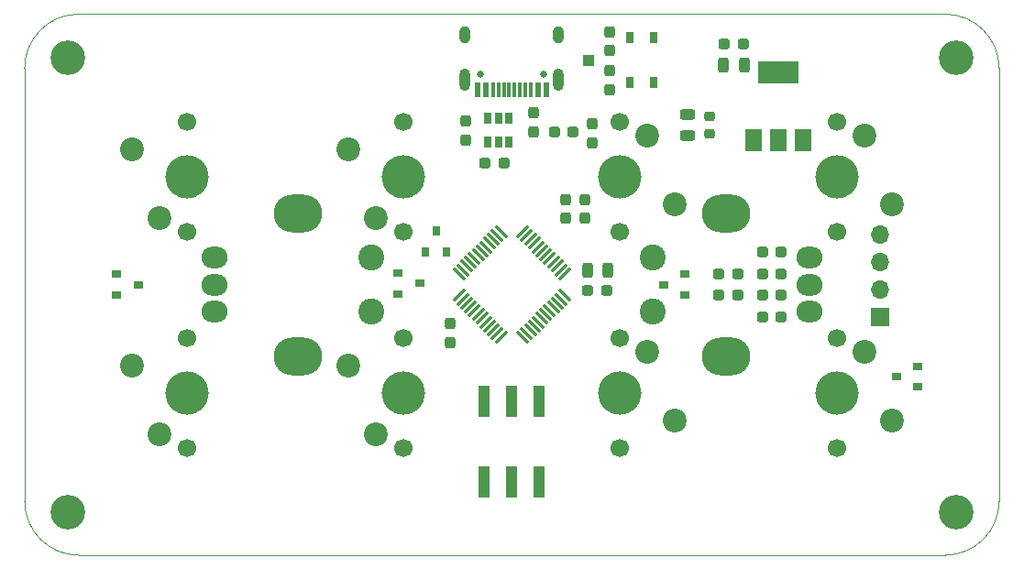
<source format=gbs>
G04 #@! TF.GenerationSoftware,KiCad,Pcbnew,(5.99.0-4013-gfd874d834)*
G04 #@! TF.CreationDate,2020-10-14T12:43:33+02:00*
G04 #@! TF.ProjectId,OtterPill,4f747465-7250-4696-9c6c-2e6b69636164,rev?*
G04 #@! TF.SameCoordinates,Original*
G04 #@! TF.FileFunction,Soldermask,Bot*
G04 #@! TF.FilePolarity,Negative*
%FSLAX46Y46*%
G04 Gerber Fmt 4.6, Leading zero omitted, Abs format (unit mm)*
G04 Created by KiCad (PCBNEW (5.99.0-4013-gfd874d834)) date 2020-10-14 12:43:33*
%MOMM*%
%LPD*%
G01*
G04 APERTURE LIST*
G04 Aperture macros list*
%AMRoundRect*
0 Rectangle with rounded corners*
0 $1 Rounding radius*
0 $2 $3 $4 $5 $6 $7 $8 $9 X,Y pos of 4 corners*
0 Add a 4 corners polygon primitive as box body*
4,1,4,$2,$3,$4,$5,$6,$7,$8,$9,$2,$3,0*
0 Add four circle primitives for the rounded corners*
1,1,$1+$1,$2,$3,0*
1,1,$1+$1,$4,$5,0*
1,1,$1+$1,$6,$7,0*
1,1,$1+$1,$8,$9,0*
0 Add four rect primitives between the rounded corners*
20,1,$1+$1,$2,$3,$4,$5,0*
20,1,$1+$1,$4,$5,$6,$7,0*
20,1,$1+$1,$6,$7,$8,$9,0*
20,1,$1+$1,$8,$9,$2,$3,0*%
G04 Aperture macros list end*
G04 #@! TA.AperFunction,Profile*
%ADD10C,0.050000*%
G04 #@! TD*
%ADD11O,2.400000X2.000000*%
%ADD12C,2.400000*%
%ADD13O,4.500000X3.500000*%
%ADD14C,4.000000*%
%ADD15C,1.700000*%
%ADD16C,2.200000*%
%ADD17C,3.200000*%
%ADD18RoundRect,0.237500X-0.287500X-0.237500X0.287500X-0.237500X0.287500X0.237500X-0.287500X0.237500X0*%
%ADD19R,1.500000X2.000000*%
%ADD20R,3.800000X2.000000*%
%ADD21RoundRect,0.237500X0.237500X-0.287500X0.237500X0.287500X-0.237500X0.287500X-0.237500X-0.287500X0*%
%ADD22RoundRect,0.243750X-0.243750X-0.456250X0.243750X-0.456250X0.243750X0.456250X-0.243750X0.456250X0*%
%ADD23R,0.650000X1.050000*%
%ADD24RoundRect,0.243750X-0.456250X0.243750X-0.456250X-0.243750X0.456250X-0.243750X0.456250X0.243750X0*%
%ADD25R,1.000000X1.000000*%
%ADD26RoundRect,0.237500X-0.237500X0.287500X-0.237500X-0.287500X0.237500X-0.287500X0.237500X0.287500X0*%
%ADD27RoundRect,0.237500X0.287500X0.237500X-0.287500X0.237500X-0.287500X-0.237500X0.287500X-0.237500X0*%
%ADD28RoundRect,0.243750X0.243750X0.456250X-0.243750X0.456250X-0.243750X-0.456250X0.243750X-0.456250X0*%
%ADD29R,1.700000X1.700000*%
%ADD30O,1.700000X1.700000*%
%ADD31RoundRect,0.218750X-0.256250X0.218750X-0.256250X-0.218750X0.256250X-0.218750X0.256250X0.218750X0*%
%ADD32R,0.800000X0.900000*%
%ADD33R,0.900000X0.800000*%
%ADD34C,0.650000*%
%ADD35R,0.600000X1.450000*%
%ADD36R,0.300000X1.450000*%
%ADD37O,1.000000X2.100000*%
%ADD38O,1.000000X1.600000*%
%ADD39R,0.650000X1.060000*%
%ADD40RoundRect,0.075000X-0.415425X-0.521491X0.521491X0.415425X0.415425X0.521491X-0.521491X-0.415425X0*%
%ADD41RoundRect,0.075000X0.415425X-0.521491X0.521491X-0.415425X-0.415425X0.521491X-0.521491X0.415425X0*%
%ADD42R,1.000000X3.000000*%
G04 APERTURE END LIST*
D10*
X225200000Y-48500000D02*
X225200000Y-88500000D01*
X140200000Y-93500000D02*
G75*
G02*
X135200000Y-88500000I0J5000000D01*
G01*
X220200000Y-43500000D02*
G75*
G02*
X225200000Y-48500000I0J-5000000D01*
G01*
X225200000Y-88500000D02*
G75*
G02*
X220200000Y-93500000I-5000000J0D01*
G01*
X140200000Y-43500000D02*
X220200000Y-43500000D01*
X135200000Y-48500000D02*
G75*
G02*
X140200000Y-43500000I5000000J0D01*
G01*
X135200000Y-88500000D02*
X135200000Y-48500000D01*
X220200000Y-93500000D02*
X140200000Y-93500000D01*
D11*
X152700000Y-66000000D03*
X152700000Y-68500000D03*
X152700000Y-71000000D03*
D12*
X167200000Y-66000000D03*
X167200000Y-71000000D03*
D13*
X160400000Y-75100000D03*
X160400000Y-61900000D03*
D14*
X150200000Y-78500000D03*
D15*
X150200000Y-73420000D03*
X150200000Y-83580000D03*
D16*
X145120000Y-75960000D03*
X147660000Y-82310000D03*
D11*
X207700000Y-71000000D03*
X207700000Y-68500000D03*
X207700000Y-66000000D03*
D12*
X193200000Y-71000000D03*
X193200000Y-66000000D03*
D13*
X200000000Y-61900000D03*
X200000000Y-75100000D03*
D15*
X210200000Y-53420000D03*
D14*
X210200000Y-58500000D03*
D15*
X210200000Y-63580000D03*
D16*
X215280000Y-61040000D03*
X212740000Y-54690000D03*
D15*
X150200000Y-63580000D03*
X150200000Y-53420000D03*
D14*
X150200000Y-58500000D03*
D16*
X145120000Y-55960000D03*
X147660000Y-62310000D03*
D15*
X190200000Y-53420000D03*
D14*
X190200000Y-58500000D03*
D15*
X190200000Y-63580000D03*
D16*
X195280000Y-61040000D03*
X192740000Y-54690000D03*
D15*
X170200000Y-53420000D03*
D14*
X170200000Y-58500000D03*
D15*
X170200000Y-63580000D03*
D16*
X165120000Y-55960000D03*
X167660000Y-62310000D03*
D15*
X190200000Y-73420000D03*
D14*
X190200000Y-78500000D03*
D15*
X190200000Y-83580000D03*
D16*
X195280000Y-81040000D03*
X192740000Y-74690000D03*
D14*
X210200000Y-78500000D03*
D15*
X210200000Y-73420000D03*
X210200000Y-83580000D03*
D16*
X215280000Y-81040000D03*
X212740000Y-74690000D03*
D17*
X221200000Y-89500000D03*
X139200000Y-47500000D03*
X221200000Y-47500000D03*
X139200000Y-89500000D03*
D15*
X170200000Y-73420000D03*
X170200000Y-83580000D03*
D14*
X170200000Y-78500000D03*
D16*
X165120000Y-75960000D03*
X167660000Y-82310000D03*
D18*
X187225000Y-69000000D03*
X188975000Y-69000000D03*
D19*
X207100000Y-55150000D03*
X204800000Y-55150000D03*
D20*
X204800000Y-48850000D03*
D19*
X202500000Y-55150000D03*
D21*
X189200000Y-46875000D03*
X189200000Y-45125000D03*
D22*
X187162500Y-67200000D03*
X189037500Y-67200000D03*
D23*
X191125000Y-45675000D03*
X191125000Y-49825000D03*
X193275000Y-45675000D03*
X193275000Y-49825000D03*
D24*
X196450000Y-52812500D03*
X196450000Y-54687500D03*
D25*
X187300000Y-47800000D03*
D26*
X174500000Y-72125000D03*
X174500000Y-73875000D03*
D21*
X189200000Y-50500000D03*
X189200000Y-48750000D03*
D27*
X201575000Y-46250000D03*
X199825000Y-46250000D03*
D28*
X201637500Y-48250000D03*
X199762500Y-48250000D03*
D29*
X214200000Y-71500000D03*
D30*
X214200000Y-68960000D03*
X214200000Y-66420000D03*
X214200000Y-63880000D03*
D31*
X198450000Y-52962500D03*
X198450000Y-54537500D03*
D18*
X203325000Y-67500000D03*
X205075000Y-67500000D03*
D27*
X205075000Y-69500000D03*
X203325000Y-69500000D03*
X205075000Y-65500000D03*
X203325000Y-65500000D03*
D18*
X203325000Y-71500000D03*
X205075000Y-71500000D03*
D27*
X201075000Y-69500000D03*
X199325000Y-69500000D03*
D32*
X174150000Y-65500000D03*
X172250000Y-65500000D03*
X173200000Y-63500000D03*
D33*
X217700000Y-76050000D03*
X217700000Y-77950000D03*
X215700000Y-77000000D03*
X143700000Y-69450000D03*
X143700000Y-67550000D03*
X145700000Y-68500000D03*
X169700000Y-69350000D03*
X169700000Y-67450000D03*
X171700000Y-68400000D03*
X196200000Y-67550000D03*
X196200000Y-69450000D03*
X194200000Y-68500000D03*
D21*
X182200000Y-54375000D03*
X182200000Y-52625000D03*
D18*
X177700000Y-57250000D03*
X179450000Y-57250000D03*
D21*
X175950000Y-55125000D03*
X175950000Y-53375000D03*
D18*
X184125000Y-54400000D03*
X185875000Y-54400000D03*
D21*
X187600000Y-55375000D03*
X187600000Y-53625000D03*
D26*
X186900000Y-60625000D03*
X186900000Y-62375000D03*
X185200000Y-60625000D03*
X185200000Y-62375000D03*
D34*
X183090000Y-49055000D03*
X177310000Y-49055000D03*
D35*
X177000000Y-50500000D03*
X177800000Y-50500000D03*
D36*
X178950000Y-50500000D03*
X179950000Y-50500000D03*
X180450000Y-50500000D03*
X181450000Y-50500000D03*
D35*
X183400000Y-50500000D03*
X182600000Y-50500000D03*
D36*
X181950000Y-50500000D03*
X180950000Y-50500000D03*
X179450000Y-50500000D03*
X178450000Y-50500000D03*
D37*
X184520000Y-49585000D03*
X175880000Y-49585000D03*
D38*
X184520000Y-45405000D03*
X175880000Y-45405000D03*
D39*
X179900000Y-55350000D03*
X178950000Y-55350000D03*
X178000000Y-55350000D03*
X178000000Y-53150000D03*
X178950000Y-53150000D03*
X179900000Y-53150000D03*
D40*
X179201212Y-73387876D03*
X178847658Y-73034322D03*
X178494105Y-72680769D03*
X178140551Y-72327215D03*
X177786998Y-71973662D03*
X177433445Y-71620109D03*
X177079891Y-71266555D03*
X176726338Y-70913002D03*
X176372785Y-70559449D03*
X176019231Y-70205895D03*
X175665678Y-69852342D03*
X175312124Y-69498788D03*
D41*
X175312124Y-67501212D03*
X175665678Y-67147658D03*
X176019231Y-66794105D03*
X176372785Y-66440551D03*
X176726338Y-66086998D03*
X177079891Y-65733445D03*
X177433445Y-65379891D03*
X177786998Y-65026338D03*
X178140551Y-64672785D03*
X178494105Y-64319231D03*
X178847658Y-63965678D03*
X179201212Y-63612124D03*
D40*
X181198788Y-63612124D03*
X181552342Y-63965678D03*
X181905895Y-64319231D03*
X182259449Y-64672785D03*
X182613002Y-65026338D03*
X182966555Y-65379891D03*
X183320109Y-65733445D03*
X183673662Y-66086998D03*
X184027215Y-66440551D03*
X184380769Y-66794105D03*
X184734322Y-67147658D03*
X185087876Y-67501212D03*
D41*
X185087876Y-69498788D03*
X184734322Y-69852342D03*
X184380769Y-70205895D03*
X184027215Y-70559449D03*
X183673662Y-70913002D03*
X183320109Y-71266555D03*
X182966555Y-71620109D03*
X182613002Y-71973662D03*
X182259449Y-72327215D03*
X181905895Y-72680769D03*
X181552342Y-73034322D03*
X181198788Y-73387876D03*
D18*
X199325000Y-67500000D03*
X201075000Y-67500000D03*
D42*
X177660000Y-79250000D03*
X182740000Y-86750000D03*
X182740000Y-79250000D03*
X177660000Y-86750000D03*
X180200000Y-79250000D03*
X180200000Y-86750000D03*
M02*

</source>
